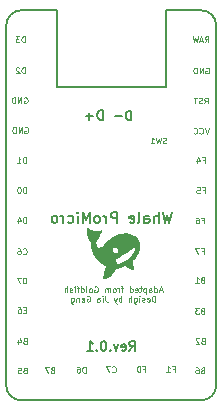
<source format=gbo>
G04 #@! TF.GenerationSoftware,KiCad,Pcbnew,(6.0.4)*
G04 #@! TF.CreationDate,2022-05-16T01:26:14+08:00*
G04 #@! TF.ProjectId,whale,7768616c-652e-46b6-9963-61645f706362,0.1*
G04 #@! TF.SameCoordinates,Original*
G04 #@! TF.FileFunction,Legend,Bot*
G04 #@! TF.FilePolarity,Positive*
%FSLAX46Y46*%
G04 Gerber Fmt 4.6, Leading zero omitted, Abs format (unit mm)*
G04 Created by KiCad (PCBNEW (6.0.4)) date 2022-05-16 01:26:14*
%MOMM*%
%LPD*%
G01*
G04 APERTURE LIST*
G04 #@! TA.AperFunction,Profile*
%ADD10C,0.150000*%
G04 #@! TD*
%ADD11C,0.125000*%
%ADD12C,0.150000*%
%ADD13C,0.200000*%
G04 APERTURE END LIST*
D10*
X30830000Y-22823554D02*
X30830000Y-29343554D01*
X27830000Y-55843554D02*
X43070000Y-55843554D01*
X26559946Y-54573554D02*
G75*
G03*
X27830000Y-55843554I1270054J54D01*
G01*
X26560000Y-24093554D02*
X26560000Y-54573554D01*
X30830000Y-29343554D02*
X40080000Y-29343554D01*
X27830000Y-22823554D02*
X30830000Y-22823554D01*
X40070000Y-22823554D02*
X43070000Y-22823554D01*
X43070000Y-55843500D02*
G75*
G03*
X44340000Y-54573554I100J1269900D01*
G01*
X40080000Y-29343554D02*
X40070000Y-22823554D01*
X44339946Y-24093554D02*
G75*
G03*
X43070000Y-22823554I-1269946J54D01*
G01*
X44340000Y-54573554D02*
X44340000Y-24093554D01*
X27830000Y-22823550D02*
G75*
G03*
X26560000Y-24093554I80J-1270080D01*
G01*
D11*
X38166666Y-53177839D02*
X38333333Y-53177839D01*
X38333333Y-53439744D02*
X38333333Y-52939744D01*
X38095238Y-52939744D01*
X37809523Y-52939744D02*
X37761904Y-52939744D01*
X37714285Y-52963554D01*
X37690476Y-52987363D01*
X37666666Y-53034982D01*
X37642857Y-53130220D01*
X37642857Y-53249268D01*
X37666666Y-53344506D01*
X37690476Y-53392125D01*
X37714285Y-53415934D01*
X37761904Y-53439744D01*
X37809523Y-53439744D01*
X37857142Y-53415934D01*
X37880952Y-53392125D01*
X37904761Y-53344506D01*
X37928571Y-53249268D01*
X37928571Y-53130220D01*
X37904761Y-53034982D01*
X37880952Y-52987363D01*
X37857142Y-52963554D01*
X37809523Y-52939744D01*
X28255238Y-48197839D02*
X28088571Y-48197839D01*
X28017142Y-48459744D02*
X28255238Y-48459744D01*
X28255238Y-47959744D01*
X28017142Y-47959744D01*
X27588571Y-47959744D02*
X27683809Y-47959744D01*
X27731428Y-47983554D01*
X27755238Y-48007363D01*
X27802857Y-48078792D01*
X27826666Y-48174030D01*
X27826666Y-48364506D01*
X27802857Y-48412125D01*
X27779047Y-48435934D01*
X27731428Y-48459744D01*
X27636190Y-48459744D01*
X27588571Y-48435934D01*
X27564761Y-48412125D01*
X27540952Y-48364506D01*
X27540952Y-48245458D01*
X27564761Y-48197839D01*
X27588571Y-48174030D01*
X27636190Y-48150220D01*
X27731428Y-48150220D01*
X27779047Y-48174030D01*
X27802857Y-48197839D01*
X27826666Y-48245458D01*
X28121726Y-53307839D02*
X28050297Y-53331649D01*
X28026488Y-53355458D01*
X28002678Y-53403077D01*
X28002678Y-53474506D01*
X28026488Y-53522125D01*
X28050297Y-53545934D01*
X28097916Y-53569744D01*
X28288392Y-53569744D01*
X28288392Y-53069744D01*
X28121726Y-53069744D01*
X28074107Y-53093554D01*
X28050297Y-53117363D01*
X28026488Y-53164982D01*
X28026488Y-53212601D01*
X28050297Y-53260220D01*
X28074107Y-53284030D01*
X28121726Y-53307839D01*
X28288392Y-53307839D01*
X27550297Y-53069744D02*
X27788392Y-53069744D01*
X27812202Y-53307839D01*
X27788392Y-53284030D01*
X27740773Y-53260220D01*
X27621726Y-53260220D01*
X27574107Y-53284030D01*
X27550297Y-53307839D01*
X27526488Y-53355458D01*
X27526488Y-53474506D01*
X27550297Y-53522125D01*
X27574107Y-53545934D01*
X27621726Y-53569744D01*
X27740773Y-53569744D01*
X27788392Y-53545934D01*
X27812202Y-53522125D01*
X43192380Y-50797839D02*
X43120952Y-50821649D01*
X43097142Y-50845458D01*
X43073333Y-50893077D01*
X43073333Y-50964506D01*
X43097142Y-51012125D01*
X43120952Y-51035934D01*
X43168571Y-51059744D01*
X43359047Y-51059744D01*
X43359047Y-50559744D01*
X43192380Y-50559744D01*
X43144761Y-50583554D01*
X43120952Y-50607363D01*
X43097142Y-50654982D01*
X43097142Y-50702601D01*
X43120952Y-50750220D01*
X43144761Y-50774030D01*
X43192380Y-50797839D01*
X43359047Y-50797839D01*
X42882857Y-50607363D02*
X42859047Y-50583554D01*
X42811428Y-50559744D01*
X42692380Y-50559744D01*
X42644761Y-50583554D01*
X42620952Y-50607363D01*
X42597142Y-50654982D01*
X42597142Y-50702601D01*
X42620952Y-50774030D01*
X42906666Y-51059744D01*
X42597142Y-51059744D01*
X43182380Y-48257839D02*
X43110952Y-48281649D01*
X43087142Y-48305458D01*
X43063333Y-48353077D01*
X43063333Y-48424506D01*
X43087142Y-48472125D01*
X43110952Y-48495934D01*
X43158571Y-48519744D01*
X43349047Y-48519744D01*
X43349047Y-48019744D01*
X43182380Y-48019744D01*
X43134761Y-48043554D01*
X43110952Y-48067363D01*
X43087142Y-48114982D01*
X43087142Y-48162601D01*
X43110952Y-48210220D01*
X43134761Y-48234030D01*
X43182380Y-48257839D01*
X43349047Y-48257839D01*
X42896666Y-48019744D02*
X42587142Y-48019744D01*
X42753809Y-48210220D01*
X42682380Y-48210220D01*
X42634761Y-48234030D01*
X42610952Y-48257839D01*
X42587142Y-48305458D01*
X42587142Y-48424506D01*
X42610952Y-48472125D01*
X42634761Y-48495934D01*
X42682380Y-48519744D01*
X42825238Y-48519744D01*
X42872857Y-48495934D01*
X42896666Y-48472125D01*
X28239047Y-35759744D02*
X28239047Y-35259744D01*
X28120000Y-35259744D01*
X28048571Y-35283554D01*
X28000952Y-35331173D01*
X27977142Y-35378792D01*
X27953333Y-35474030D01*
X27953333Y-35545458D01*
X27977142Y-35640696D01*
X28000952Y-35688315D01*
X28048571Y-35735934D01*
X28120000Y-35759744D01*
X28239047Y-35759744D01*
X27477142Y-35759744D02*
X27762857Y-35759744D01*
X27620000Y-35759744D02*
X27620000Y-35259744D01*
X27667619Y-35331173D01*
X27715238Y-35378792D01*
X27762857Y-35402601D01*
X28139702Y-28159744D02*
X28139702Y-27659744D01*
X28020654Y-27659744D01*
X27949226Y-27683554D01*
X27901607Y-27731173D01*
X27877797Y-27778792D01*
X27853988Y-27874030D01*
X27853988Y-27945458D01*
X27877797Y-28040696D01*
X27901607Y-28088315D01*
X27949226Y-28135934D01*
X28020654Y-28159744D01*
X28139702Y-28159744D01*
X27663511Y-27707363D02*
X27639702Y-27683554D01*
X27592083Y-27659744D01*
X27473035Y-27659744D01*
X27425416Y-27683554D01*
X27401607Y-27707363D01*
X27377797Y-27754982D01*
X27377797Y-27802601D01*
X27401607Y-27874030D01*
X27687321Y-28159744D01*
X27377797Y-28159744D01*
X28249047Y-40819744D02*
X28249047Y-40319744D01*
X28130000Y-40319744D01*
X28058571Y-40343554D01*
X28010952Y-40391173D01*
X27987142Y-40438792D01*
X27963333Y-40534030D01*
X27963333Y-40605458D01*
X27987142Y-40700696D01*
X28010952Y-40748315D01*
X28058571Y-40795934D01*
X28130000Y-40819744D01*
X28249047Y-40819744D01*
X27534761Y-40486411D02*
X27534761Y-40819744D01*
X27653809Y-40295934D02*
X27772857Y-40653077D01*
X27463333Y-40653077D01*
X28259047Y-45949744D02*
X28259047Y-45449744D01*
X28140000Y-45449744D01*
X28068571Y-45473554D01*
X28020952Y-45521173D01*
X27997142Y-45568792D01*
X27973333Y-45664030D01*
X27973333Y-45735458D01*
X27997142Y-45830696D01*
X28020952Y-45878315D01*
X28068571Y-45925934D01*
X28140000Y-45949744D01*
X28259047Y-45949744D01*
X27806666Y-45449744D02*
X27473333Y-45449744D01*
X27687619Y-45949744D01*
X28259047Y-38299744D02*
X28259047Y-37799744D01*
X28140000Y-37799744D01*
X28068571Y-37823554D01*
X28020952Y-37871173D01*
X27997142Y-37918792D01*
X27973333Y-38014030D01*
X27973333Y-38085458D01*
X27997142Y-38180696D01*
X28020952Y-38228315D01*
X28068571Y-38275934D01*
X28140000Y-38299744D01*
X28259047Y-38299744D01*
X27663809Y-37799744D02*
X27616190Y-37799744D01*
X27568571Y-37823554D01*
X27544761Y-37847363D01*
X27520952Y-37894982D01*
X27497142Y-37990220D01*
X27497142Y-38109268D01*
X27520952Y-38204506D01*
X27544761Y-38252125D01*
X27568571Y-38275934D01*
X27616190Y-38299744D01*
X27663809Y-38299744D01*
X27711428Y-38275934D01*
X27735238Y-38252125D01*
X27759047Y-38204506D01*
X27782857Y-38109268D01*
X27782857Y-37990220D01*
X27759047Y-37894982D01*
X27735238Y-37847363D01*
X27711428Y-37823554D01*
X27663809Y-37799744D01*
D12*
X34714761Y-32091904D02*
X34714761Y-31291904D01*
X34524285Y-31291904D01*
X34410000Y-31330000D01*
X34333809Y-31406190D01*
X34295714Y-31482380D01*
X34257619Y-31634761D01*
X34257619Y-31749047D01*
X34295714Y-31901428D01*
X34333809Y-31977619D01*
X34410000Y-32053809D01*
X34524285Y-32091904D01*
X34714761Y-32091904D01*
X33914761Y-31787142D02*
X33305238Y-31787142D01*
X33610000Y-32091904D02*
X33610000Y-31482380D01*
D11*
X43457797Y-27693554D02*
X43505416Y-27669744D01*
X43576845Y-27669744D01*
X43648273Y-27693554D01*
X43695892Y-27741173D01*
X43719702Y-27788792D01*
X43743511Y-27884030D01*
X43743511Y-27955458D01*
X43719702Y-28050696D01*
X43695892Y-28098315D01*
X43648273Y-28145934D01*
X43576845Y-28169744D01*
X43529226Y-28169744D01*
X43457797Y-28145934D01*
X43433988Y-28122125D01*
X43433988Y-27955458D01*
X43529226Y-27955458D01*
X43219702Y-28169744D02*
X43219702Y-27669744D01*
X42933988Y-28169744D01*
X42933988Y-27669744D01*
X42695892Y-28169744D02*
X42695892Y-27669744D01*
X42576845Y-27669744D01*
X42505416Y-27693554D01*
X42457797Y-27741173D01*
X42433988Y-27788792D01*
X42410178Y-27884030D01*
X42410178Y-27955458D01*
X42433988Y-28050696D01*
X42457797Y-28098315D01*
X42505416Y-28145934D01*
X42576845Y-28169744D01*
X42695892Y-28169744D01*
X43333809Y-30709744D02*
X43500476Y-30471649D01*
X43619523Y-30709744D02*
X43619523Y-30209744D01*
X43429047Y-30209744D01*
X43381428Y-30233554D01*
X43357619Y-30257363D01*
X43333809Y-30304982D01*
X43333809Y-30376411D01*
X43357619Y-30424030D01*
X43381428Y-30447839D01*
X43429047Y-30471649D01*
X43619523Y-30471649D01*
X43143333Y-30685934D02*
X43071904Y-30709744D01*
X42952857Y-30709744D01*
X42905238Y-30685934D01*
X42881428Y-30662125D01*
X42857619Y-30614506D01*
X42857619Y-30566887D01*
X42881428Y-30519268D01*
X42905238Y-30495458D01*
X42952857Y-30471649D01*
X43048095Y-30447839D01*
X43095714Y-30424030D01*
X43119523Y-30400220D01*
X43143333Y-30352601D01*
X43143333Y-30304982D01*
X43119523Y-30257363D01*
X43095714Y-30233554D01*
X43048095Y-30209744D01*
X42929047Y-30209744D01*
X42857619Y-30233554D01*
X42714761Y-30209744D02*
X42429047Y-30209744D01*
X42571904Y-30709744D02*
X42571904Y-30209744D01*
X27983333Y-43422125D02*
X28007142Y-43445934D01*
X28078571Y-43469744D01*
X28126190Y-43469744D01*
X28197619Y-43445934D01*
X28245238Y-43398315D01*
X28269047Y-43350696D01*
X28292857Y-43255458D01*
X28292857Y-43184030D01*
X28269047Y-43088792D01*
X28245238Y-43041173D01*
X28197619Y-42993554D01*
X28126190Y-42969744D01*
X28078571Y-42969744D01*
X28007142Y-42993554D01*
X27983333Y-43017363D01*
X27554761Y-42969744D02*
X27650000Y-42969744D01*
X27697619Y-42993554D01*
X27721428Y-43017363D01*
X27769047Y-43088792D01*
X27792857Y-43184030D01*
X27792857Y-43374506D01*
X27769047Y-43422125D01*
X27745238Y-43445934D01*
X27697619Y-43469744D01*
X27602380Y-43469744D01*
X27554761Y-43445934D01*
X27530952Y-43422125D01*
X27507142Y-43374506D01*
X27507142Y-43255458D01*
X27530952Y-43207839D01*
X27554761Y-43184030D01*
X27602380Y-43160220D01*
X27697619Y-43160220D01*
X27745238Y-43184030D01*
X27769047Y-43207839D01*
X27792857Y-43255458D01*
X43706666Y-32759744D02*
X43540000Y-33259744D01*
X43373333Y-32759744D01*
X42920952Y-33212125D02*
X42944761Y-33235934D01*
X43016190Y-33259744D01*
X43063809Y-33259744D01*
X43135238Y-33235934D01*
X43182857Y-33188315D01*
X43206666Y-33140696D01*
X43230476Y-33045458D01*
X43230476Y-32974030D01*
X43206666Y-32878792D01*
X43182857Y-32831173D01*
X43135238Y-32783554D01*
X43063809Y-32759744D01*
X43016190Y-32759744D01*
X42944761Y-32783554D01*
X42920952Y-32807363D01*
X42420952Y-33212125D02*
X42444761Y-33235934D01*
X42516190Y-33259744D01*
X42563809Y-33259744D01*
X42635238Y-33235934D01*
X42682857Y-33188315D01*
X42706666Y-33140696D01*
X42730476Y-33045458D01*
X42730476Y-32974030D01*
X42706666Y-32878792D01*
X42682857Y-32831173D01*
X42635238Y-32783554D01*
X42563809Y-32759744D01*
X42516190Y-32759744D01*
X42444761Y-32783554D01*
X42420952Y-32807363D01*
X43196666Y-35507839D02*
X43363333Y-35507839D01*
X43363333Y-35769744D02*
X43363333Y-35269744D01*
X43125238Y-35269744D01*
X42720476Y-35436411D02*
X42720476Y-35769744D01*
X42839523Y-35245934D02*
X42958571Y-35603077D01*
X42649047Y-35603077D01*
D12*
X36992857Y-51633458D02*
X37259523Y-51252506D01*
X37450000Y-51633458D02*
X37450000Y-50833458D01*
X37145238Y-50833458D01*
X37069047Y-50871554D01*
X37030952Y-50909649D01*
X36992857Y-50985839D01*
X36992857Y-51100125D01*
X37030952Y-51176315D01*
X37069047Y-51214411D01*
X37145238Y-51252506D01*
X37450000Y-51252506D01*
X36345238Y-51595363D02*
X36421428Y-51633458D01*
X36573809Y-51633458D01*
X36650000Y-51595363D01*
X36688095Y-51519173D01*
X36688095Y-51214411D01*
X36650000Y-51138220D01*
X36573809Y-51100125D01*
X36421428Y-51100125D01*
X36345238Y-51138220D01*
X36307142Y-51214411D01*
X36307142Y-51290601D01*
X36688095Y-51366792D01*
X36040476Y-51100125D02*
X35850000Y-51633458D01*
X35659523Y-51100125D01*
X35354761Y-51557268D02*
X35316666Y-51595363D01*
X35354761Y-51633458D01*
X35392857Y-51595363D01*
X35354761Y-51557268D01*
X35354761Y-51633458D01*
X34821428Y-50833458D02*
X34745238Y-50833458D01*
X34669047Y-50871554D01*
X34630952Y-50909649D01*
X34592857Y-50985839D01*
X34554761Y-51138220D01*
X34554761Y-51328696D01*
X34592857Y-51481077D01*
X34630952Y-51557268D01*
X34669047Y-51595363D01*
X34745238Y-51633458D01*
X34821428Y-51633458D01*
X34897619Y-51595363D01*
X34935714Y-51557268D01*
X34973809Y-51481077D01*
X35011904Y-51328696D01*
X35011904Y-51138220D01*
X34973809Y-50985839D01*
X34935714Y-50909649D01*
X34897619Y-50871554D01*
X34821428Y-50833458D01*
X34211904Y-51557268D02*
X34173809Y-51595363D01*
X34211904Y-51633458D01*
X34250000Y-51595363D01*
X34211904Y-51557268D01*
X34211904Y-51633458D01*
X33411904Y-51633458D02*
X33869047Y-51633458D01*
X33640476Y-51633458D02*
X33640476Y-50833458D01*
X33716666Y-50947744D01*
X33792857Y-51023934D01*
X33869047Y-51062030D01*
D11*
X43196666Y-38057839D02*
X43363333Y-38057839D01*
X43363333Y-38319744D02*
X43363333Y-37819744D01*
X43125238Y-37819744D01*
X42696666Y-37819744D02*
X42934761Y-37819744D01*
X42958571Y-38057839D01*
X42934761Y-38034030D01*
X42887142Y-38010220D01*
X42768095Y-38010220D01*
X42720476Y-38034030D01*
X42696666Y-38057839D01*
X42672857Y-38105458D01*
X42672857Y-38224506D01*
X42696666Y-38272125D01*
X42720476Y-38295934D01*
X42768095Y-38319744D01*
X42887142Y-38319744D01*
X42934761Y-38295934D01*
X42958571Y-38272125D01*
X43146666Y-40607839D02*
X43313333Y-40607839D01*
X43313333Y-40869744D02*
X43313333Y-40369744D01*
X43075238Y-40369744D01*
X42670476Y-40369744D02*
X42765714Y-40369744D01*
X42813333Y-40393554D01*
X42837142Y-40417363D01*
X42884761Y-40488792D01*
X42908571Y-40584030D01*
X42908571Y-40774506D01*
X42884761Y-40822125D01*
X42860952Y-40845934D01*
X42813333Y-40869744D01*
X42718095Y-40869744D01*
X42670476Y-40845934D01*
X42646666Y-40822125D01*
X42622857Y-40774506D01*
X42622857Y-40655458D01*
X42646666Y-40607839D01*
X42670476Y-40584030D01*
X42718095Y-40560220D01*
X42813333Y-40560220D01*
X42860952Y-40584030D01*
X42884761Y-40607839D01*
X42908571Y-40655458D01*
X43126666Y-43217839D02*
X43293333Y-43217839D01*
X43293333Y-43479744D02*
X43293333Y-42979744D01*
X43055238Y-42979744D01*
X42912380Y-42979744D02*
X42579047Y-42979744D01*
X42793333Y-43479744D01*
X43172380Y-45647839D02*
X43100952Y-45671649D01*
X43077142Y-45695458D01*
X43053333Y-45743077D01*
X43053333Y-45814506D01*
X43077142Y-45862125D01*
X43100952Y-45885934D01*
X43148571Y-45909744D01*
X43339047Y-45909744D01*
X43339047Y-45409744D01*
X43172380Y-45409744D01*
X43124761Y-45433554D01*
X43100952Y-45457363D01*
X43077142Y-45504982D01*
X43077142Y-45552601D01*
X43100952Y-45600220D01*
X43124761Y-45624030D01*
X43172380Y-45647839D01*
X43339047Y-45647839D01*
X42577142Y-45909744D02*
X42862857Y-45909744D01*
X42720000Y-45909744D02*
X42720000Y-45409744D01*
X42767619Y-45481173D01*
X42815238Y-45528792D01*
X42862857Y-45552601D01*
D12*
X37164761Y-32111904D02*
X37164761Y-31311904D01*
X36974285Y-31311904D01*
X36860000Y-31350000D01*
X36783809Y-31426190D01*
X36745714Y-31502380D01*
X36707619Y-31654761D01*
X36707619Y-31769047D01*
X36745714Y-31921428D01*
X36783809Y-31997619D01*
X36860000Y-32073809D01*
X36974285Y-32111904D01*
X37164761Y-32111904D01*
X36364761Y-31807142D02*
X35755238Y-31807142D01*
D11*
X35533333Y-53432125D02*
X35557142Y-53455934D01*
X35628571Y-53479744D01*
X35676190Y-53479744D01*
X35747619Y-53455934D01*
X35795238Y-53408315D01*
X35819047Y-53360696D01*
X35842857Y-53265458D01*
X35842857Y-53194030D01*
X35819047Y-53098792D01*
X35795238Y-53051173D01*
X35747619Y-53003554D01*
X35676190Y-52979744D01*
X35628571Y-52979744D01*
X35557142Y-53003554D01*
X35533333Y-53027363D01*
X35366666Y-52979744D02*
X35033333Y-52979744D01*
X35247619Y-53479744D01*
X28139047Y-25519744D02*
X28139047Y-25019744D01*
X28020000Y-25019744D01*
X27948571Y-25043554D01*
X27900952Y-25091173D01*
X27877142Y-25138792D01*
X27853333Y-25234030D01*
X27853333Y-25305458D01*
X27877142Y-25400696D01*
X27900952Y-25448315D01*
X27948571Y-25495934D01*
X28020000Y-25519744D01*
X28139047Y-25519744D01*
X27686666Y-25019744D02*
X27377142Y-25019744D01*
X27543809Y-25210220D01*
X27472380Y-25210220D01*
X27424761Y-25234030D01*
X27400952Y-25257839D01*
X27377142Y-25305458D01*
X27377142Y-25424506D01*
X27400952Y-25472125D01*
X27424761Y-25495934D01*
X27472380Y-25519744D01*
X27615238Y-25519744D01*
X27662857Y-25495934D01*
X27686666Y-25472125D01*
X28122380Y-50787839D02*
X28050952Y-50811649D01*
X28027142Y-50835458D01*
X28003333Y-50883077D01*
X28003333Y-50954506D01*
X28027142Y-51002125D01*
X28050952Y-51025934D01*
X28098571Y-51049744D01*
X28289047Y-51049744D01*
X28289047Y-50549744D01*
X28122380Y-50549744D01*
X28074761Y-50573554D01*
X28050952Y-50597363D01*
X28027142Y-50644982D01*
X28027142Y-50692601D01*
X28050952Y-50740220D01*
X28074761Y-50764030D01*
X28122380Y-50787839D01*
X28289047Y-50787839D01*
X27574761Y-50716411D02*
X27574761Y-51049744D01*
X27693809Y-50525934D02*
X27812857Y-50883077D01*
X27503333Y-50883077D01*
X43183035Y-53297839D02*
X43111607Y-53321649D01*
X43087797Y-53345458D01*
X43063988Y-53393077D01*
X43063988Y-53464506D01*
X43087797Y-53512125D01*
X43111607Y-53535934D01*
X43159226Y-53559744D01*
X43349702Y-53559744D01*
X43349702Y-53059744D01*
X43183035Y-53059744D01*
X43135416Y-53083554D01*
X43111607Y-53107363D01*
X43087797Y-53154982D01*
X43087797Y-53202601D01*
X43111607Y-53250220D01*
X43135416Y-53274030D01*
X43183035Y-53297839D01*
X43349702Y-53297839D01*
X42635416Y-53059744D02*
X42730654Y-53059744D01*
X42778273Y-53083554D01*
X42802083Y-53107363D01*
X42849702Y-53178792D01*
X42873511Y-53274030D01*
X42873511Y-53464506D01*
X42849702Y-53512125D01*
X42825892Y-53535934D01*
X42778273Y-53559744D01*
X42683035Y-53559744D01*
X42635416Y-53535934D01*
X42611607Y-53512125D01*
X42587797Y-53464506D01*
X42587797Y-53345458D01*
X42611607Y-53297839D01*
X42635416Y-53274030D01*
X42683035Y-53250220D01*
X42778273Y-53250220D01*
X42825892Y-53274030D01*
X42849702Y-53297839D01*
X42873511Y-53345458D01*
X40646666Y-53167839D02*
X40813333Y-53167839D01*
X40813333Y-53429744D02*
X40813333Y-52929744D01*
X40575238Y-52929744D01*
X40122857Y-53429744D02*
X40408571Y-53429744D01*
X40265714Y-53429744D02*
X40265714Y-52929744D01*
X40313333Y-53001173D01*
X40360952Y-53048792D01*
X40408571Y-53072601D01*
X33279047Y-53509744D02*
X33279047Y-53009744D01*
X33160000Y-53009744D01*
X33088571Y-53033554D01*
X33040952Y-53081173D01*
X33017142Y-53128792D01*
X32993333Y-53224030D01*
X32993333Y-53295458D01*
X33017142Y-53390696D01*
X33040952Y-53438315D01*
X33088571Y-53485934D01*
X33160000Y-53509744D01*
X33279047Y-53509744D01*
X32564761Y-53009744D02*
X32660000Y-53009744D01*
X32707619Y-53033554D01*
X32731428Y-53057363D01*
X32779047Y-53128792D01*
X32802857Y-53224030D01*
X32802857Y-53414506D01*
X32779047Y-53462125D01*
X32755238Y-53485934D01*
X32707619Y-53509744D01*
X32612380Y-53509744D01*
X32564761Y-53485934D01*
X32540952Y-53462125D01*
X32517142Y-53414506D01*
X32517142Y-53295458D01*
X32540952Y-53247839D01*
X32564761Y-53224030D01*
X32612380Y-53200220D01*
X32707619Y-53200220D01*
X32755238Y-53224030D01*
X32779047Y-53247839D01*
X32802857Y-53295458D01*
X30482380Y-53277839D02*
X30410952Y-53301649D01*
X30387142Y-53325458D01*
X30363333Y-53373077D01*
X30363333Y-53444506D01*
X30387142Y-53492125D01*
X30410952Y-53515934D01*
X30458571Y-53539744D01*
X30649047Y-53539744D01*
X30649047Y-53039744D01*
X30482380Y-53039744D01*
X30434761Y-53063554D01*
X30410952Y-53087363D01*
X30387142Y-53134982D01*
X30387142Y-53182601D01*
X30410952Y-53230220D01*
X30434761Y-53254030D01*
X30482380Y-53277839D01*
X30649047Y-53277839D01*
X30196666Y-53039744D02*
X29863333Y-53039744D01*
X30077619Y-53539744D01*
X28127797Y-32743554D02*
X28175416Y-32719744D01*
X28246845Y-32719744D01*
X28318273Y-32743554D01*
X28365892Y-32791173D01*
X28389702Y-32838792D01*
X28413511Y-32934030D01*
X28413511Y-33005458D01*
X28389702Y-33100696D01*
X28365892Y-33148315D01*
X28318273Y-33195934D01*
X28246845Y-33219744D01*
X28199226Y-33219744D01*
X28127797Y-33195934D01*
X28103988Y-33172125D01*
X28103988Y-33005458D01*
X28199226Y-33005458D01*
X27889702Y-33219744D02*
X27889702Y-32719744D01*
X27603988Y-33219744D01*
X27603988Y-32719744D01*
X27365892Y-33219744D02*
X27365892Y-32719744D01*
X27246845Y-32719744D01*
X27175416Y-32743554D01*
X27127797Y-32791173D01*
X27103988Y-32838792D01*
X27080178Y-32934030D01*
X27080178Y-33005458D01*
X27103988Y-33100696D01*
X27127797Y-33148315D01*
X27175416Y-33195934D01*
X27246845Y-33219744D01*
X27365892Y-33219744D01*
X40126666Y-34072380D02*
X40055238Y-34096190D01*
X39936190Y-34096190D01*
X39888571Y-34072380D01*
X39864761Y-34048571D01*
X39840952Y-34000952D01*
X39840952Y-33953333D01*
X39864761Y-33905714D01*
X39888571Y-33881904D01*
X39936190Y-33858095D01*
X40031428Y-33834285D01*
X40079047Y-33810476D01*
X40102857Y-33786666D01*
X40126666Y-33739047D01*
X40126666Y-33691428D01*
X40102857Y-33643809D01*
X40079047Y-33620000D01*
X40031428Y-33596190D01*
X39912380Y-33596190D01*
X39840952Y-33620000D01*
X39674285Y-33596190D02*
X39555238Y-34096190D01*
X39460000Y-33739047D01*
X39364761Y-34096190D01*
X39245714Y-33596190D01*
X38793333Y-34096190D02*
X39079047Y-34096190D01*
X38936190Y-34096190D02*
X38936190Y-33596190D01*
X38983809Y-33667619D01*
X39031428Y-33715238D01*
X39079047Y-33739047D01*
X39762857Y-46544387D02*
X39524761Y-46544387D01*
X39810476Y-46687244D02*
X39643809Y-46187244D01*
X39477142Y-46687244D01*
X39096190Y-46687244D02*
X39096190Y-46187244D01*
X39096190Y-46663434D02*
X39143809Y-46687244D01*
X39239047Y-46687244D01*
X39286666Y-46663434D01*
X39310476Y-46639625D01*
X39334285Y-46592006D01*
X39334285Y-46449149D01*
X39310476Y-46401530D01*
X39286666Y-46377720D01*
X39239047Y-46353911D01*
X39143809Y-46353911D01*
X39096190Y-46377720D01*
X38643809Y-46687244D02*
X38643809Y-46425339D01*
X38667619Y-46377720D01*
X38715238Y-46353911D01*
X38810476Y-46353911D01*
X38858095Y-46377720D01*
X38643809Y-46663434D02*
X38691428Y-46687244D01*
X38810476Y-46687244D01*
X38858095Y-46663434D01*
X38881904Y-46615815D01*
X38881904Y-46568196D01*
X38858095Y-46520577D01*
X38810476Y-46496768D01*
X38691428Y-46496768D01*
X38643809Y-46472958D01*
X38405714Y-46353911D02*
X38405714Y-46853911D01*
X38405714Y-46377720D02*
X38358095Y-46353911D01*
X38262857Y-46353911D01*
X38215238Y-46377720D01*
X38191428Y-46401530D01*
X38167619Y-46449149D01*
X38167619Y-46592006D01*
X38191428Y-46639625D01*
X38215238Y-46663434D01*
X38262857Y-46687244D01*
X38358095Y-46687244D01*
X38405714Y-46663434D01*
X38024761Y-46353911D02*
X37834285Y-46353911D01*
X37953333Y-46187244D02*
X37953333Y-46615815D01*
X37929523Y-46663434D01*
X37881904Y-46687244D01*
X37834285Y-46687244D01*
X37477142Y-46663434D02*
X37524761Y-46687244D01*
X37620000Y-46687244D01*
X37667619Y-46663434D01*
X37691428Y-46615815D01*
X37691428Y-46425339D01*
X37667619Y-46377720D01*
X37620000Y-46353911D01*
X37524761Y-46353911D01*
X37477142Y-46377720D01*
X37453333Y-46425339D01*
X37453333Y-46472958D01*
X37691428Y-46520577D01*
X37024761Y-46687244D02*
X37024761Y-46187244D01*
X37024761Y-46663434D02*
X37072380Y-46687244D01*
X37167619Y-46687244D01*
X37215238Y-46663434D01*
X37239047Y-46639625D01*
X37262857Y-46592006D01*
X37262857Y-46449149D01*
X37239047Y-46401530D01*
X37215238Y-46377720D01*
X37167619Y-46353911D01*
X37072380Y-46353911D01*
X37024761Y-46377720D01*
X36477142Y-46353911D02*
X36286666Y-46353911D01*
X36405714Y-46687244D02*
X36405714Y-46258673D01*
X36381904Y-46211054D01*
X36334285Y-46187244D01*
X36286666Y-46187244D01*
X36120000Y-46687244D02*
X36120000Y-46353911D01*
X36120000Y-46449149D02*
X36096190Y-46401530D01*
X36072380Y-46377720D01*
X36024761Y-46353911D01*
X35977142Y-46353911D01*
X35739047Y-46687244D02*
X35786666Y-46663434D01*
X35810476Y-46639625D01*
X35834285Y-46592006D01*
X35834285Y-46449149D01*
X35810476Y-46401530D01*
X35786666Y-46377720D01*
X35739047Y-46353911D01*
X35667619Y-46353911D01*
X35620000Y-46377720D01*
X35596190Y-46401530D01*
X35572380Y-46449149D01*
X35572380Y-46592006D01*
X35596190Y-46639625D01*
X35620000Y-46663434D01*
X35667619Y-46687244D01*
X35739047Y-46687244D01*
X35358095Y-46687244D02*
X35358095Y-46353911D01*
X35358095Y-46401530D02*
X35334285Y-46377720D01*
X35286666Y-46353911D01*
X35215238Y-46353911D01*
X35167619Y-46377720D01*
X35143809Y-46425339D01*
X35143809Y-46687244D01*
X35143809Y-46425339D02*
X35120000Y-46377720D01*
X35072380Y-46353911D01*
X35000952Y-46353911D01*
X34953333Y-46377720D01*
X34929523Y-46425339D01*
X34929523Y-46687244D01*
X34048571Y-46211054D02*
X34096190Y-46187244D01*
X34167619Y-46187244D01*
X34239047Y-46211054D01*
X34286666Y-46258673D01*
X34310476Y-46306292D01*
X34334285Y-46401530D01*
X34334285Y-46472958D01*
X34310476Y-46568196D01*
X34286666Y-46615815D01*
X34239047Y-46663434D01*
X34167619Y-46687244D01*
X34120000Y-46687244D01*
X34048571Y-46663434D01*
X34024761Y-46639625D01*
X34024761Y-46472958D01*
X34120000Y-46472958D01*
X33739047Y-46687244D02*
X33786666Y-46663434D01*
X33810476Y-46639625D01*
X33834285Y-46592006D01*
X33834285Y-46449149D01*
X33810476Y-46401530D01*
X33786666Y-46377720D01*
X33739047Y-46353911D01*
X33667619Y-46353911D01*
X33620000Y-46377720D01*
X33596190Y-46401530D01*
X33572380Y-46449149D01*
X33572380Y-46592006D01*
X33596190Y-46639625D01*
X33620000Y-46663434D01*
X33667619Y-46687244D01*
X33739047Y-46687244D01*
X33286666Y-46687244D02*
X33334285Y-46663434D01*
X33358095Y-46615815D01*
X33358095Y-46187244D01*
X32881904Y-46687244D02*
X32881904Y-46187244D01*
X32881904Y-46663434D02*
X32929523Y-46687244D01*
X33024761Y-46687244D01*
X33072380Y-46663434D01*
X33096190Y-46639625D01*
X33120000Y-46592006D01*
X33120000Y-46449149D01*
X33096190Y-46401530D01*
X33072380Y-46377720D01*
X33024761Y-46353911D01*
X32929523Y-46353911D01*
X32881904Y-46377720D01*
X32715238Y-46353911D02*
X32524761Y-46353911D01*
X32643809Y-46687244D02*
X32643809Y-46258673D01*
X32620000Y-46211054D01*
X32572380Y-46187244D01*
X32524761Y-46187244D01*
X32358095Y-46687244D02*
X32358095Y-46353911D01*
X32358095Y-46187244D02*
X32381904Y-46211054D01*
X32358095Y-46234863D01*
X32334285Y-46211054D01*
X32358095Y-46187244D01*
X32358095Y-46234863D01*
X32143809Y-46663434D02*
X32096190Y-46687244D01*
X32000952Y-46687244D01*
X31953333Y-46663434D01*
X31929523Y-46615815D01*
X31929523Y-46592006D01*
X31953333Y-46544387D01*
X32000952Y-46520577D01*
X32072380Y-46520577D01*
X32120000Y-46496768D01*
X32143809Y-46449149D01*
X32143809Y-46425339D01*
X32120000Y-46377720D01*
X32072380Y-46353911D01*
X32000952Y-46353911D01*
X31953333Y-46377720D01*
X31715238Y-46687244D02*
X31715238Y-46187244D01*
X31500952Y-46687244D02*
X31500952Y-46425339D01*
X31524761Y-46377720D01*
X31572380Y-46353911D01*
X31643809Y-46353911D01*
X31691428Y-46377720D01*
X31715238Y-46401530D01*
X39179523Y-47492244D02*
X39179523Y-46992244D01*
X39060476Y-46992244D01*
X38989047Y-47016054D01*
X38941428Y-47063673D01*
X38917619Y-47111292D01*
X38893809Y-47206530D01*
X38893809Y-47277958D01*
X38917619Y-47373196D01*
X38941428Y-47420815D01*
X38989047Y-47468434D01*
X39060476Y-47492244D01*
X39179523Y-47492244D01*
X38489047Y-47468434D02*
X38536666Y-47492244D01*
X38631904Y-47492244D01*
X38679523Y-47468434D01*
X38703333Y-47420815D01*
X38703333Y-47230339D01*
X38679523Y-47182720D01*
X38631904Y-47158911D01*
X38536666Y-47158911D01*
X38489047Y-47182720D01*
X38465238Y-47230339D01*
X38465238Y-47277958D01*
X38703333Y-47325577D01*
X38274761Y-47468434D02*
X38227142Y-47492244D01*
X38131904Y-47492244D01*
X38084285Y-47468434D01*
X38060476Y-47420815D01*
X38060476Y-47397006D01*
X38084285Y-47349387D01*
X38131904Y-47325577D01*
X38203333Y-47325577D01*
X38250952Y-47301768D01*
X38274761Y-47254149D01*
X38274761Y-47230339D01*
X38250952Y-47182720D01*
X38203333Y-47158911D01*
X38131904Y-47158911D01*
X38084285Y-47182720D01*
X37846190Y-47492244D02*
X37846190Y-47158911D01*
X37846190Y-46992244D02*
X37870000Y-47016054D01*
X37846190Y-47039863D01*
X37822380Y-47016054D01*
X37846190Y-46992244D01*
X37846190Y-47039863D01*
X37393809Y-47158911D02*
X37393809Y-47563673D01*
X37417619Y-47611292D01*
X37441428Y-47635101D01*
X37489047Y-47658911D01*
X37560476Y-47658911D01*
X37608095Y-47635101D01*
X37393809Y-47468434D02*
X37441428Y-47492244D01*
X37536666Y-47492244D01*
X37584285Y-47468434D01*
X37608095Y-47444625D01*
X37631904Y-47397006D01*
X37631904Y-47254149D01*
X37608095Y-47206530D01*
X37584285Y-47182720D01*
X37536666Y-47158911D01*
X37441428Y-47158911D01*
X37393809Y-47182720D01*
X37155714Y-47492244D02*
X37155714Y-46992244D01*
X36941428Y-47492244D02*
X36941428Y-47230339D01*
X36965238Y-47182720D01*
X37012857Y-47158911D01*
X37084285Y-47158911D01*
X37131904Y-47182720D01*
X37155714Y-47206530D01*
X36322380Y-47492244D02*
X36322380Y-46992244D01*
X36322380Y-47182720D02*
X36274761Y-47158911D01*
X36179523Y-47158911D01*
X36131904Y-47182720D01*
X36108095Y-47206530D01*
X36084285Y-47254149D01*
X36084285Y-47397006D01*
X36108095Y-47444625D01*
X36131904Y-47468434D01*
X36179523Y-47492244D01*
X36274761Y-47492244D01*
X36322380Y-47468434D01*
X35917619Y-47158911D02*
X35798571Y-47492244D01*
X35679523Y-47158911D02*
X35798571Y-47492244D01*
X35846190Y-47611292D01*
X35870000Y-47635101D01*
X35917619Y-47658911D01*
X34965238Y-46992244D02*
X34965238Y-47349387D01*
X34989047Y-47420815D01*
X35036666Y-47468434D01*
X35108095Y-47492244D01*
X35155714Y-47492244D01*
X34727142Y-47492244D02*
X34727142Y-47158911D01*
X34727142Y-46992244D02*
X34750952Y-47016054D01*
X34727142Y-47039863D01*
X34703333Y-47016054D01*
X34727142Y-46992244D01*
X34727142Y-47039863D01*
X34274761Y-47492244D02*
X34274761Y-47230339D01*
X34298571Y-47182720D01*
X34346190Y-47158911D01*
X34441428Y-47158911D01*
X34489047Y-47182720D01*
X34274761Y-47468434D02*
X34322380Y-47492244D01*
X34441428Y-47492244D01*
X34489047Y-47468434D01*
X34512857Y-47420815D01*
X34512857Y-47373196D01*
X34489047Y-47325577D01*
X34441428Y-47301768D01*
X34322380Y-47301768D01*
X34274761Y-47277958D01*
X33393809Y-47016054D02*
X33441428Y-46992244D01*
X33512857Y-46992244D01*
X33584285Y-47016054D01*
X33631904Y-47063673D01*
X33655714Y-47111292D01*
X33679523Y-47206530D01*
X33679523Y-47277958D01*
X33655714Y-47373196D01*
X33631904Y-47420815D01*
X33584285Y-47468434D01*
X33512857Y-47492244D01*
X33465238Y-47492244D01*
X33393809Y-47468434D01*
X33370000Y-47444625D01*
X33370000Y-47277958D01*
X33465238Y-47277958D01*
X32965238Y-47468434D02*
X33012857Y-47492244D01*
X33108095Y-47492244D01*
X33155714Y-47468434D01*
X33179523Y-47420815D01*
X33179523Y-47230339D01*
X33155714Y-47182720D01*
X33108095Y-47158911D01*
X33012857Y-47158911D01*
X32965238Y-47182720D01*
X32941428Y-47230339D01*
X32941428Y-47277958D01*
X33179523Y-47325577D01*
X32727142Y-47158911D02*
X32727142Y-47492244D01*
X32727142Y-47206530D02*
X32703333Y-47182720D01*
X32655714Y-47158911D01*
X32584285Y-47158911D01*
X32536666Y-47182720D01*
X32512857Y-47230339D01*
X32512857Y-47492244D01*
X32060476Y-47158911D02*
X32060476Y-47563673D01*
X32084285Y-47611292D01*
X32108095Y-47635101D01*
X32155714Y-47658911D01*
X32227142Y-47658911D01*
X32274761Y-47635101D01*
X32060476Y-47468434D02*
X32108095Y-47492244D01*
X32203333Y-47492244D01*
X32250952Y-47468434D01*
X32274761Y-47444625D01*
X32298571Y-47397006D01*
X32298571Y-47254149D01*
X32274761Y-47206530D01*
X32250952Y-47182720D01*
X32203333Y-47158911D01*
X32108095Y-47158911D01*
X32060476Y-47182720D01*
X43395238Y-25529744D02*
X43561904Y-25291649D01*
X43680952Y-25529744D02*
X43680952Y-25029744D01*
X43490476Y-25029744D01*
X43442857Y-25053554D01*
X43419047Y-25077363D01*
X43395238Y-25124982D01*
X43395238Y-25196411D01*
X43419047Y-25244030D01*
X43442857Y-25267839D01*
X43490476Y-25291649D01*
X43680952Y-25291649D01*
X43204761Y-25386887D02*
X42966666Y-25386887D01*
X43252380Y-25529744D02*
X43085714Y-25029744D01*
X42919047Y-25529744D01*
X42800000Y-25029744D02*
X42680952Y-25529744D01*
X42585714Y-25172601D01*
X42490476Y-25529744D01*
X42371428Y-25029744D01*
X28087797Y-30213554D02*
X28135416Y-30189744D01*
X28206845Y-30189744D01*
X28278273Y-30213554D01*
X28325892Y-30261173D01*
X28349702Y-30308792D01*
X28373511Y-30404030D01*
X28373511Y-30475458D01*
X28349702Y-30570696D01*
X28325892Y-30618315D01*
X28278273Y-30665934D01*
X28206845Y-30689744D01*
X28159226Y-30689744D01*
X28087797Y-30665934D01*
X28063988Y-30642125D01*
X28063988Y-30475458D01*
X28159226Y-30475458D01*
X27849702Y-30689744D02*
X27849702Y-30189744D01*
X27563988Y-30689744D01*
X27563988Y-30189744D01*
X27325892Y-30689744D02*
X27325892Y-30189744D01*
X27206845Y-30189744D01*
X27135416Y-30213554D01*
X27087797Y-30261173D01*
X27063988Y-30308792D01*
X27040178Y-30404030D01*
X27040178Y-30475458D01*
X27063988Y-30570696D01*
X27087797Y-30618315D01*
X27135416Y-30665934D01*
X27206845Y-30689744D01*
X27325892Y-30689744D01*
D13*
X40580000Y-39930696D02*
X40365714Y-40830696D01*
X40194285Y-40187839D01*
X40022857Y-40830696D01*
X39808571Y-39930696D01*
X39465714Y-40830696D02*
X39465714Y-39930696D01*
X39080000Y-40830696D02*
X39080000Y-40359268D01*
X39122857Y-40273554D01*
X39208571Y-40230696D01*
X39337142Y-40230696D01*
X39422857Y-40273554D01*
X39465714Y-40316411D01*
X38265714Y-40830696D02*
X38265714Y-40359268D01*
X38308571Y-40273554D01*
X38394285Y-40230696D01*
X38565714Y-40230696D01*
X38651428Y-40273554D01*
X38265714Y-40787839D02*
X38351428Y-40830696D01*
X38565714Y-40830696D01*
X38651428Y-40787839D01*
X38694285Y-40702125D01*
X38694285Y-40616411D01*
X38651428Y-40530696D01*
X38565714Y-40487839D01*
X38351428Y-40487839D01*
X38265714Y-40444982D01*
X37708571Y-40830696D02*
X37794285Y-40787839D01*
X37837142Y-40702125D01*
X37837142Y-39930696D01*
X37022857Y-40787839D02*
X37108571Y-40830696D01*
X37280000Y-40830696D01*
X37365714Y-40787839D01*
X37408571Y-40702125D01*
X37408571Y-40359268D01*
X37365714Y-40273554D01*
X37280000Y-40230696D01*
X37108571Y-40230696D01*
X37022857Y-40273554D01*
X36980000Y-40359268D01*
X36980000Y-40444982D01*
X37408571Y-40530696D01*
X35908571Y-40830696D02*
X35908571Y-39930696D01*
X35565714Y-39930696D01*
X35480000Y-39973554D01*
X35437142Y-40016411D01*
X35394285Y-40102125D01*
X35394285Y-40230696D01*
X35437142Y-40316411D01*
X35480000Y-40359268D01*
X35565714Y-40402125D01*
X35908571Y-40402125D01*
X35008571Y-40830696D02*
X35008571Y-40230696D01*
X35008571Y-40402125D02*
X34965714Y-40316411D01*
X34922857Y-40273554D01*
X34837142Y-40230696D01*
X34751428Y-40230696D01*
X34322857Y-40830696D02*
X34408571Y-40787839D01*
X34451428Y-40744982D01*
X34494285Y-40659268D01*
X34494285Y-40402125D01*
X34451428Y-40316411D01*
X34408571Y-40273554D01*
X34322857Y-40230696D01*
X34194285Y-40230696D01*
X34108571Y-40273554D01*
X34065714Y-40316411D01*
X34022857Y-40402125D01*
X34022857Y-40659268D01*
X34065714Y-40744982D01*
X34108571Y-40787839D01*
X34194285Y-40830696D01*
X34322857Y-40830696D01*
X33637142Y-40830696D02*
X33637142Y-39930696D01*
X33337142Y-40573554D01*
X33037142Y-39930696D01*
X33037142Y-40830696D01*
X32608571Y-40830696D02*
X32608571Y-40230696D01*
X32608571Y-39930696D02*
X32651428Y-39973554D01*
X32608571Y-40016411D01*
X32565714Y-39973554D01*
X32608571Y-39930696D01*
X32608571Y-40016411D01*
X31794285Y-40787839D02*
X31880000Y-40830696D01*
X32051428Y-40830696D01*
X32137142Y-40787839D01*
X32180000Y-40744982D01*
X32222857Y-40659268D01*
X32222857Y-40402125D01*
X32180000Y-40316411D01*
X32137142Y-40273554D01*
X32051428Y-40230696D01*
X31880000Y-40230696D01*
X31794285Y-40273554D01*
X31408571Y-40830696D02*
X31408571Y-40230696D01*
X31408571Y-40402125D02*
X31365714Y-40316411D01*
X31322857Y-40273554D01*
X31237142Y-40230696D01*
X31151428Y-40230696D01*
X30722857Y-40830696D02*
X30808571Y-40787839D01*
X30851428Y-40744982D01*
X30894285Y-40659268D01*
X30894285Y-40402125D01*
X30851428Y-40316411D01*
X30808571Y-40273554D01*
X30722857Y-40230696D01*
X30594285Y-40230696D01*
X30508571Y-40273554D01*
X30465714Y-40316411D01*
X30422857Y-40402125D01*
X30422857Y-40659268D01*
X30465714Y-40744982D01*
X30508571Y-40787839D01*
X30594285Y-40830696D01*
X30722857Y-40830696D01*
G36*
X37834405Y-43237940D02*
G01*
X37764385Y-43404972D01*
X37659235Y-43597767D01*
X37516303Y-43796409D01*
X37355869Y-43965133D01*
X37331006Y-43987606D01*
X37281329Y-44036007D01*
X37256726Y-44072333D01*
X37250681Y-44109379D01*
X37256679Y-44159942D01*
X37262357Y-44187517D01*
X37283601Y-44265036D01*
X37314543Y-44362004D01*
X37350643Y-44463742D01*
X37371552Y-44522047D01*
X37400023Y-44611684D01*
X37418194Y-44683041D01*
X37422831Y-44724445D01*
X37416846Y-44747709D01*
X37398016Y-44764681D01*
X37356292Y-44772075D01*
X37280704Y-44773691D01*
X37212590Y-44768690D01*
X37065369Y-44730216D01*
X36908058Y-44656207D01*
X36747587Y-44549575D01*
X36643726Y-44470272D01*
X36367848Y-44580062D01*
X36367373Y-44580251D01*
X36250014Y-44626075D01*
X36134270Y-44669751D01*
X36033453Y-44706343D01*
X35960875Y-44730919D01*
X35888509Y-44755908D01*
X35840547Y-44783594D01*
X35805144Y-44825997D01*
X35766887Y-44896252D01*
X35745697Y-44935925D01*
X35630114Y-45106083D01*
X35484014Y-45265350D01*
X35317020Y-45405408D01*
X35138755Y-45517939D01*
X34958843Y-45594626D01*
X34951328Y-45596754D01*
X34886871Y-45606412D01*
X34812995Y-45608115D01*
X34787616Y-45606241D01*
X34747653Y-45596433D01*
X34725265Y-45573915D01*
X34720415Y-45532956D01*
X34733069Y-45467825D01*
X34763191Y-45372790D01*
X34810746Y-45242119D01*
X34873702Y-45064241D01*
X34955577Y-44794706D01*
X35014990Y-44544771D01*
X35019562Y-44518219D01*
X35017482Y-44488703D01*
X34997980Y-44463920D01*
X34953438Y-44435695D01*
X34876239Y-44395851D01*
X34712077Y-44302455D01*
X34479926Y-44129118D01*
X34272158Y-43921735D01*
X34219724Y-43852593D01*
X35877084Y-43852593D01*
X35891665Y-44010231D01*
X35900478Y-44094906D01*
X35911112Y-44179146D01*
X35920575Y-44237660D01*
X35934903Y-44307451D01*
X36089108Y-44265035D01*
X36102400Y-44261286D01*
X36254033Y-44208547D01*
X36423277Y-44134671D01*
X36594956Y-44046802D01*
X36753896Y-43952084D01*
X36790405Y-43926929D01*
X36892949Y-43845482D01*
X37005980Y-43743845D01*
X37120194Y-43631407D01*
X37226290Y-43517559D01*
X37314965Y-43411691D01*
X37376918Y-43323193D01*
X37412251Y-43255278D01*
X37451646Y-43155755D01*
X37479507Y-43056994D01*
X37492399Y-42971808D01*
X37486886Y-42913012D01*
X37478295Y-42897234D01*
X37459808Y-42892817D01*
X37425168Y-42910933D01*
X37365242Y-42954714D01*
X37115506Y-43136326D01*
X37085203Y-43158363D01*
X36749818Y-43379681D01*
X36411429Y-43580473D01*
X36083771Y-43752192D01*
X35877084Y-43852593D01*
X34219724Y-43852593D01*
X34092132Y-43684346D01*
X33943207Y-43420993D01*
X33828741Y-43135714D01*
X33811500Y-43079230D01*
X33810049Y-43073684D01*
X35590777Y-43073684D01*
X35593721Y-43145160D01*
X35594693Y-43153216D01*
X35617509Y-43237629D01*
X35664689Y-43297650D01*
X35738271Y-43339909D01*
X35826322Y-43352577D01*
X35912538Y-43334379D01*
X35986733Y-43289487D01*
X36038721Y-43222078D01*
X36058313Y-43136326D01*
X36055418Y-43093374D01*
X36024646Y-42999543D01*
X35967126Y-42930792D01*
X35891450Y-42890476D01*
X35806210Y-42881945D01*
X35720000Y-42908554D01*
X35641412Y-42973654D01*
X35606378Y-43022096D01*
X35590777Y-43073684D01*
X33810049Y-43073684D01*
X33779159Y-42955585D01*
X33749455Y-42821464D01*
X33725003Y-42690218D01*
X33708416Y-42575197D01*
X33702306Y-42489750D01*
X33701784Y-42479257D01*
X33676335Y-42402849D01*
X33613483Y-42306707D01*
X33565347Y-42240225D01*
X33458488Y-42046921D01*
X33394385Y-41846652D01*
X33373737Y-41642228D01*
X33397243Y-41436462D01*
X33401940Y-41415974D01*
X33422985Y-41335841D01*
X33442785Y-41276518D01*
X33457591Y-41249608D01*
X33465908Y-41249019D01*
X33507629Y-41262634D01*
X33573154Y-41293255D01*
X33652492Y-41336432D01*
X33678489Y-41351234D01*
X33769367Y-41399800D01*
X33852519Y-41439973D01*
X33912664Y-41464246D01*
X33934973Y-41470158D01*
X34023572Y-41483342D01*
X34139204Y-41490934D01*
X34268893Y-41492653D01*
X34399662Y-41488218D01*
X34518533Y-41477349D01*
X34650395Y-41460131D01*
X34634614Y-41568682D01*
X34605231Y-41709998D01*
X34525522Y-41929433D01*
X34408517Y-42139212D01*
X34258660Y-42330332D01*
X34258460Y-42330549D01*
X34208228Y-42387690D01*
X34183194Y-42429540D01*
X34177239Y-42472884D01*
X34184247Y-42534507D01*
X34186411Y-42547673D01*
X34213430Y-42648136D01*
X34255114Y-42745263D01*
X34304581Y-42825342D01*
X34354948Y-42874658D01*
X34359570Y-42877381D01*
X34453487Y-42906765D01*
X34557558Y-42896677D01*
X34666276Y-42849462D01*
X34774128Y-42767465D01*
X34875606Y-42653033D01*
X35047961Y-42445249D01*
X35276505Y-42228316D01*
X35526688Y-42046724D01*
X35794930Y-41902349D01*
X36077654Y-41797066D01*
X36371281Y-41732751D01*
X36672232Y-41711280D01*
X36780703Y-41714473D01*
X37026014Y-41746309D01*
X37245373Y-41810868D01*
X37436787Y-41906407D01*
X37598263Y-42031188D01*
X37727809Y-42183470D01*
X37823433Y-42361513D01*
X37883142Y-42563577D01*
X37904944Y-42787923D01*
X37900530Y-42934386D01*
X37895115Y-42971808D01*
X37878462Y-43086893D01*
X37834405Y-43237940D01*
G37*
M02*

</source>
